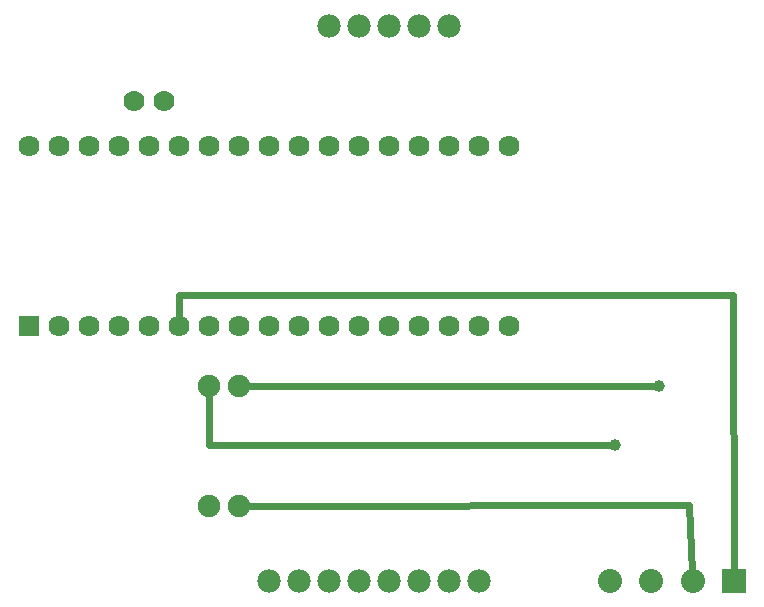
<source format=gtl>
G04 MADE WITH FRITZING*
G04 WWW.FRITZING.ORG*
G04 DOUBLE SIDED*
G04 HOLES PLATED*
G04 CONTOUR ON CENTER OF CONTOUR VECTOR*
%ASAXBY*%
%FSLAX23Y23*%
%MOIN*%
%OFA0B0*%
%SFA1.0B1.0*%
%ADD10C,0.080000*%
%ADD11C,0.070555*%
%ADD12C,0.070583*%
%ADD13C,0.075000*%
%ADD14C,0.078000*%
%ADD15C,0.070000*%
%ADD16C,0.039370*%
%ADD17R,0.080000X0.080000*%
%ADD18R,0.070542X0.070570*%
%ADD19C,0.024000*%
%LNCOPPER1*%
G90*
G70*
G54D10*
X2894Y172D03*
X2757Y172D03*
X2619Y172D03*
X2481Y172D03*
G54D11*
X544Y1022D03*
X644Y1022D03*
X744Y1022D03*
X844Y1022D03*
X944Y1022D03*
X1044Y1022D03*
X1144Y1022D03*
X1244Y1022D03*
X1344Y1022D03*
G54D12*
X1444Y1022D03*
X1544Y1022D03*
X1644Y1022D03*
G54D11*
X1744Y1022D03*
X1844Y1022D03*
G54D12*
X1944Y1022D03*
X2044Y1022D03*
X2144Y1022D03*
G54D11*
X544Y1622D03*
X644Y1622D03*
X744Y1622D03*
X844Y1622D03*
X944Y1622D03*
X1044Y1622D03*
X1344Y1622D03*
G54D12*
X1444Y1622D03*
G54D11*
X1244Y1622D03*
X1144Y1622D03*
G54D12*
X1544Y1622D03*
X1644Y1622D03*
G54D11*
X1744Y1622D03*
X1844Y1622D03*
G54D12*
X1944Y1622D03*
X2044Y1622D03*
X2144Y1622D03*
G54D13*
X1144Y822D03*
X1144Y422D03*
X1244Y822D03*
X1244Y422D03*
G54D14*
X2044Y172D03*
X1944Y172D03*
X1844Y172D03*
X1744Y172D03*
X1644Y172D03*
X1544Y172D03*
X1444Y172D03*
X1344Y172D03*
X1544Y2022D03*
X1644Y2022D03*
X1744Y2022D03*
X1844Y2022D03*
X1944Y2022D03*
G54D15*
X894Y1772D03*
X995Y1772D03*
G54D16*
X2645Y821D03*
X2497Y623D03*
G54D17*
X2894Y172D03*
G54D18*
X544Y1022D03*
G54D19*
X2744Y425D02*
X1273Y422D01*
D02*
X2755Y203D02*
X2744Y425D01*
D02*
X2894Y203D02*
X2893Y1123D01*
D02*
X2893Y1123D02*
X1045Y1123D01*
D02*
X1045Y1123D02*
X1045Y1052D01*
D02*
X1273Y822D02*
X2626Y821D01*
D02*
X1144Y623D02*
X2478Y623D01*
D02*
X1144Y794D02*
X1144Y623D01*
G04 End of Copper1*
M02*
</source>
